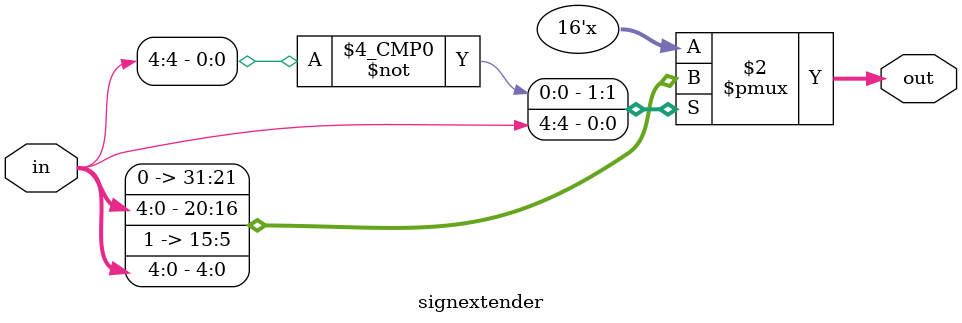
<source format=v>
module signtest;

reg [4:0] X;
wire [15:0]out;

signextender signex(out,X);
initial
begin
#1 X = 5'b01010;
#1 $display("input = %b , output = %b",X,out);

#1 X = 5'b11010;
#1 $display("input = %b , output = %b",X,out);


end
endmodule

//-------------------Sign Extender Module-------------------//
module signextender(out,in);
input [4:0]in;
output reg [15:0] out;

always @(in)
begin
	case(in[4])
		1'd0 : 	out = {11'b0,in};
		
		1'd1 :	out = {11'b11111111111,in};

	endcase	
end

endmodule
//-------------------------------------------------------//
</source>
